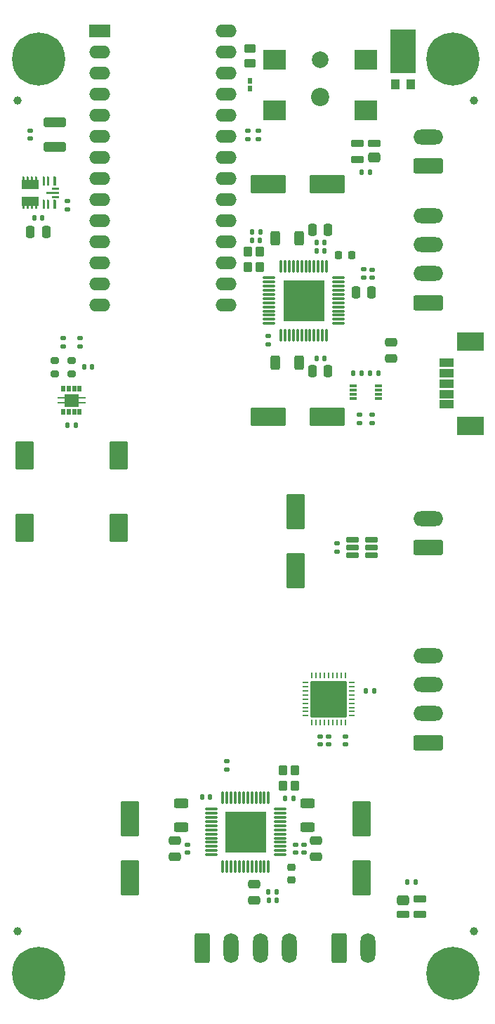
<source format=gts>
G04 #@! TF.GenerationSoftware,KiCad,Pcbnew,7.0.11*
G04 #@! TF.CreationDate,2024-10-24T10:14:13-04:00*
G04 #@! TF.ProjectId,mouse-joystick-pcb,6d6f7573-652d-46a6-9f79-737469636b2d,1.0*
G04 #@! TF.SameCoordinates,Original*
G04 #@! TF.FileFunction,Soldermask,Top*
G04 #@! TF.FilePolarity,Negative*
%FSLAX46Y46*%
G04 Gerber Fmt 4.6, Leading zero omitted, Abs format (unit mm)*
G04 Created by KiCad (PCBNEW 7.0.11) date 2024-10-24 10:14:13*
%MOMM*%
%LPD*%
G01*
G04 APERTURE LIST*
G04 Aperture macros list*
%AMRoundRect*
0 Rectangle with rounded corners*
0 $1 Rounding radius*
0 $2 $3 $4 $5 $6 $7 $8 $9 X,Y pos of 4 corners*
0 Add a 4 corners polygon primitive as box body*
4,1,4,$2,$3,$4,$5,$6,$7,$8,$9,$2,$3,0*
0 Add four circle primitives for the rounded corners*
1,1,$1+$1,$2,$3*
1,1,$1+$1,$4,$5*
1,1,$1+$1,$6,$7*
1,1,$1+$1,$8,$9*
0 Add four rect primitives between the rounded corners*
20,1,$1+$1,$2,$3,$4,$5,0*
20,1,$1+$1,$4,$5,$6,$7,0*
20,1,$1+$1,$6,$7,$8,$9,0*
20,1,$1+$1,$8,$9,$2,$3,0*%
G04 Aperture macros list end*
%ADD10RoundRect,0.250000X1.550000X-0.650000X1.550000X0.650000X-1.550000X0.650000X-1.550000X-0.650000X0*%
%ADD11O,3.600000X1.800000*%
%ADD12RoundRect,0.250000X-0.475000X0.250000X-0.475000X-0.250000X0.475000X-0.250000X0.475000X0.250000X0*%
%ADD13RoundRect,0.250000X-0.450000X0.262500X-0.450000X-0.262500X0.450000X-0.262500X0.450000X0.262500X0*%
%ADD14RoundRect,0.075000X-0.075000X0.662500X-0.075000X-0.662500X0.075000X-0.662500X0.075000X0.662500X0*%
%ADD15RoundRect,0.075000X-0.662500X0.075000X-0.662500X-0.075000X0.662500X-0.075000X0.662500X0.075000X0*%
%ADD16R,5.000000X5.000000*%
%ADD17C,2.000000*%
%ADD18C,2.200000*%
%ADD19R,2.800000X2.400000*%
%ADD20RoundRect,0.140000X-0.170000X0.140000X-0.170000X-0.140000X0.170000X-0.140000X0.170000X0.140000X0*%
%ADD21RoundRect,0.150000X0.650000X0.150000X-0.650000X0.150000X-0.650000X-0.150000X0.650000X-0.150000X0*%
%ADD22O,2.540000X1.524000*%
%ADD23R,2.540000X1.524000*%
%ADD24RoundRect,0.140000X0.140000X0.170000X-0.140000X0.170000X-0.140000X-0.170000X0.140000X-0.170000X0*%
%ADD25RoundRect,0.135000X0.135000X0.185000X-0.135000X0.185000X-0.135000X-0.185000X0.135000X-0.185000X0*%
%ADD26RoundRect,0.225000X0.250000X-0.225000X0.250000X0.225000X-0.250000X0.225000X-0.250000X-0.225000X0*%
%ADD27RoundRect,0.250000X-0.650000X-1.550000X0.650000X-1.550000X0.650000X1.550000X-0.650000X1.550000X0*%
%ADD28O,1.800000X3.600000*%
%ADD29RoundRect,0.140000X-0.140000X-0.170000X0.140000X-0.170000X0.140000X0.170000X-0.140000X0.170000X0*%
%ADD30RoundRect,0.135000X-0.185000X0.135000X-0.185000X-0.135000X0.185000X-0.135000X0.185000X0.135000X0*%
%ADD31RoundRect,0.060000X0.060000X0.315000X-0.060000X0.315000X-0.060000X-0.315000X0.060000X-0.315000X0*%
%ADD32RoundRect,0.060000X0.315000X-0.060000X0.315000X0.060000X-0.315000X0.060000X-0.315000X-0.060000X0*%
%ADD33C,0.700000*%
%ADD34RoundRect,0.220000X1.980000X-1.980000X1.980000X1.980000X-1.980000X1.980000X-1.980000X-1.980000X0*%
%ADD35RoundRect,0.298500X-0.453500X-0.298500X0.453500X-0.298500X0.453500X0.298500X-0.453500X0.298500X0*%
%ADD36RoundRect,0.120600X-0.631400X-0.281400X0.631400X-0.281400X0.631400X0.281400X-0.631400X0.281400X0*%
%ADD37RoundRect,0.250000X-0.250000X-0.475000X0.250000X-0.475000X0.250000X0.475000X-0.250000X0.475000X0*%
%ADD38RoundRect,0.250000X0.625000X-0.312500X0.625000X0.312500X-0.625000X0.312500X-0.625000X-0.312500X0*%
%ADD39RoundRect,0.250000X0.475000X-0.250000X0.475000X0.250000X-0.475000X0.250000X-0.475000X-0.250000X0*%
%ADD40C,1.000000*%
%ADD41RoundRect,0.250000X0.312500X0.625000X-0.312500X0.625000X-0.312500X-0.625000X0.312500X-0.625000X0*%
%ADD42RoundRect,0.225000X0.225000X0.250000X-0.225000X0.250000X-0.225000X-0.250000X0.225000X-0.250000X0*%
%ADD43RoundRect,0.135000X-0.135000X-0.185000X0.135000X-0.185000X0.135000X0.185000X-0.135000X0.185000X0*%
%ADD44R,3.098800X5.207000*%
%ADD45R,0.990600X1.143000*%
%ADD46RoundRect,0.140000X0.170000X-0.140000X0.170000X0.140000X-0.170000X0.140000X-0.170000X-0.140000X0*%
%ADD47RoundRect,0.200000X-0.275000X0.200000X-0.275000X-0.200000X0.275000X-0.200000X0.275000X0.200000X0*%
%ADD48C,6.400000*%
%ADD49RoundRect,0.102000X-1.000000X2.000000X-1.000000X-2.000000X1.000000X-2.000000X1.000000X2.000000X0*%
%ADD50R,0.500000X0.700000*%
%ADD51RoundRect,0.135000X0.185000X-0.135000X0.185000X0.135000X-0.185000X0.135000X-0.185000X-0.135000X0*%
%ADD52RoundRect,0.102000X2.000000X1.000000X-2.000000X1.000000X-2.000000X-1.000000X2.000000X-1.000000X0*%
%ADD53RoundRect,0.037500X-0.387500X-0.112500X0.387500X-0.112500X0.387500X0.112500X-0.387500X0.112500X0*%
%ADD54RoundRect,0.102000X-1.000000X-1.600000X1.000000X-1.600000X1.000000X1.600000X-1.000000X1.600000X0*%
%ADD55RoundRect,0.250000X-1.100000X0.325000X-1.100000X-0.325000X1.100000X-0.325000X1.100000X0.325000X0*%
%ADD56RoundRect,0.102000X-0.400000X0.450000X-0.400000X-0.450000X0.400000X-0.450000X0.400000X0.450000X0*%
%ADD57RoundRect,0.102000X0.400000X-0.450000X0.400000X0.450000X-0.400000X0.450000X-0.400000X-0.450000X0*%
%ADD58RoundRect,0.070000X-0.155000X0.300000X-0.155000X-0.300000X0.155000X-0.300000X0.155000X0.300000X0*%
%ADD59R,0.825000X0.230000*%
%ADD60R,1.750000X1.500000*%
%ADD61RoundRect,0.298500X0.453500X0.298500X-0.453500X0.298500X-0.453500X-0.298500X0.453500X-0.298500X0*%
%ADD62RoundRect,0.120600X0.631400X0.281400X-0.631400X0.281400X-0.631400X-0.281400X0.631400X-0.281400X0*%
%ADD63RoundRect,0.075000X-0.662500X-0.075000X0.662500X-0.075000X0.662500X0.075000X-0.662500X0.075000X0*%
%ADD64RoundRect,0.075000X-0.075000X-0.662500X0.075000X-0.662500X0.075000X0.662500X-0.075000X0.662500X0*%
%ADD65RoundRect,0.076200X1.500000X-1.050000X1.500000X1.050000X-1.500000X1.050000X-1.500000X-1.050000X0*%
%ADD66RoundRect,0.076200X0.800000X-0.400000X0.800000X0.400000X-0.800000X0.400000X-0.800000X-0.400000X0*%
G04 APERTURE END LIST*
G36*
X79549500Y-60700001D02*
G01*
X79549500Y-61699999D01*
X79499500Y-61749999D01*
X79224500Y-61749999D01*
X79174500Y-61699999D01*
X79174500Y-60700001D01*
X79224500Y-60649999D01*
X79499500Y-60649999D01*
X79549500Y-60700001D01*
G37*
G36*
X78675001Y-60700001D02*
G01*
X78675001Y-61699999D01*
X78624999Y-61749999D01*
X78474999Y-61749999D01*
X78424999Y-61699999D01*
X78424999Y-60700001D01*
X78474999Y-60649999D01*
X78624999Y-60649999D01*
X78675001Y-60700001D01*
G37*
G36*
X78175000Y-60700001D02*
G01*
X78175000Y-61699999D01*
X78125000Y-61749999D01*
X77975000Y-61749999D01*
X77925000Y-61699999D01*
X77925000Y-60700001D01*
X77975000Y-60650001D01*
X78125000Y-60650001D01*
X78175000Y-60700001D01*
G37*
G36*
X79850000Y-62025000D02*
G01*
X79850000Y-62175000D01*
X79799998Y-62224999D01*
X79099999Y-62224999D01*
X79049999Y-62175000D01*
X79049999Y-62025000D01*
X79099999Y-61975000D01*
X79799998Y-61975000D01*
X79850000Y-62025000D01*
G37*
G36*
X79849500Y-62500000D02*
G01*
X79849500Y-62700000D01*
X79799500Y-62750000D01*
X78374499Y-62750000D01*
X78324499Y-62700000D01*
X78324499Y-62500000D01*
X78374499Y-62450000D01*
X79799500Y-62450000D01*
X79849500Y-62500000D01*
G37*
G36*
X79849998Y-63025000D02*
G01*
X79849998Y-63175000D01*
X79799998Y-63225000D01*
X79099999Y-63225000D01*
X79049999Y-63175000D01*
X79049999Y-63025000D01*
X79099999Y-62975001D01*
X79799998Y-62975001D01*
X79849998Y-63025000D01*
G37*
G36*
X78675001Y-63500001D02*
G01*
X78675001Y-64499999D01*
X78624999Y-64550001D01*
X78474999Y-64550001D01*
X78424999Y-64499999D01*
X78424999Y-63500001D01*
X78474999Y-63450001D01*
X78624999Y-63450001D01*
X78675001Y-63500001D01*
G37*
G36*
X78175000Y-63500001D02*
G01*
X78175000Y-64499999D01*
X78125000Y-64549999D01*
X77975000Y-64549999D01*
X77925000Y-64499999D01*
X77925000Y-63500001D01*
X77975000Y-63450001D01*
X78125000Y-63450001D01*
X78175000Y-63500001D01*
G37*
G36*
X79549500Y-63500001D02*
G01*
X79549500Y-64499999D01*
X79499500Y-64550001D01*
X79224500Y-64550001D01*
X79174500Y-64499999D01*
X79174500Y-63500001D01*
X79224500Y-63450001D01*
X79499500Y-63450001D01*
X79549500Y-63500001D01*
G37*
G36*
X75725000Y-60700001D02*
G01*
X75725000Y-60974999D01*
X75774999Y-61024999D01*
X75924999Y-61024999D01*
X75975002Y-60974999D01*
X75974999Y-60700001D01*
X76024999Y-60649999D01*
X76175001Y-60649999D01*
X76224999Y-60700001D01*
X76225001Y-60974999D01*
X76275001Y-61024999D01*
X76425001Y-61024999D01*
X76475001Y-60974999D01*
X76475001Y-60700001D01*
X76525000Y-60649999D01*
X76675000Y-60649999D01*
X76725000Y-60700001D01*
X76725000Y-60974999D01*
X76775000Y-61024999D01*
X76925002Y-61025002D01*
X76975000Y-60974999D01*
X76975002Y-60700001D01*
X77024999Y-60649999D01*
X77175002Y-60649999D01*
X77224999Y-60700001D01*
X77225002Y-60975002D01*
X77275002Y-61024999D01*
X77375027Y-61025004D01*
X77424999Y-61074999D01*
X77424989Y-62100001D01*
X77374999Y-62150001D01*
X75425003Y-62150003D01*
X75375000Y-62100004D01*
X75375000Y-61075002D01*
X75425003Y-61024999D01*
X75425000Y-61024999D01*
X75475000Y-60974999D01*
X75475000Y-60700001D01*
X75525000Y-60649999D01*
X75675000Y-60649999D01*
X75725000Y-60700001D01*
G37*
G36*
X77374999Y-63049999D02*
G01*
X77424994Y-63099999D01*
X77424999Y-64125001D01*
X77375022Y-64174996D01*
X77275002Y-64175001D01*
X77224999Y-64224998D01*
X77224999Y-64499999D01*
X77174999Y-64550001D01*
X77024999Y-64550001D01*
X76975002Y-64499999D01*
X76975000Y-64225001D01*
X76925002Y-64175001D01*
X76775000Y-64175001D01*
X76725000Y-64225001D01*
X76725000Y-64499999D01*
X76675000Y-64550001D01*
X76525000Y-64549999D01*
X76475001Y-64499999D01*
X76475001Y-64225001D01*
X76425001Y-64175001D01*
X76275001Y-64175001D01*
X76225001Y-64225001D01*
X76224999Y-64499999D01*
X76175001Y-64550001D01*
X76024999Y-64550001D01*
X75974999Y-64499999D01*
X75974999Y-64225001D01*
X75924999Y-64175001D01*
X75774999Y-64175001D01*
X75725000Y-64225001D01*
X75725000Y-64499999D01*
X75675000Y-64550001D01*
X75525000Y-64549999D01*
X75475000Y-64499999D01*
X75475000Y-64225001D01*
X75425000Y-64175001D01*
X75425003Y-64175001D01*
X75375000Y-64125001D01*
X75375000Y-63099999D01*
X75425003Y-63049997D01*
X77374999Y-63049999D01*
G37*
D10*
X124400000Y-75850000D03*
D11*
X124400000Y-72350000D03*
X124400000Y-68850000D03*
X124400000Y-65350000D03*
D12*
X103400000Y-145900000D03*
X103400000Y-147800000D03*
D13*
X102900000Y-45187500D03*
X102900000Y-47012500D03*
D14*
X105150000Y-135437500D03*
X104650000Y-135437500D03*
X104150000Y-135437500D03*
X103650000Y-135437500D03*
X103150000Y-135437500D03*
X102650000Y-135437500D03*
X102150000Y-135437500D03*
X101650000Y-135437500D03*
X101150000Y-135437500D03*
X100650000Y-135437500D03*
X100150000Y-135437500D03*
X99650000Y-135437500D03*
D15*
X98237500Y-136850000D03*
X98237500Y-137350000D03*
X98237500Y-137850000D03*
X98237500Y-138350000D03*
X98237500Y-138850000D03*
X98237500Y-139350000D03*
X98237500Y-139850000D03*
X98237500Y-140350000D03*
X98237500Y-140850000D03*
X98237500Y-141350000D03*
X98237500Y-141850000D03*
X98237500Y-142350000D03*
D14*
X99650000Y-143762500D03*
X100150000Y-143762500D03*
X100650000Y-143762500D03*
X101150000Y-143762500D03*
X101650000Y-143762500D03*
X102150000Y-143762500D03*
X102650000Y-143762500D03*
X103150000Y-143762500D03*
X103650000Y-143762500D03*
X104150000Y-143762500D03*
X104650000Y-143762500D03*
X105150000Y-143762500D03*
D15*
X106562500Y-142350000D03*
X106562500Y-141850000D03*
X106562500Y-141350000D03*
X106562500Y-140850000D03*
X106562500Y-140350000D03*
X106562500Y-139850000D03*
X106562500Y-139350000D03*
X106562500Y-138850000D03*
X106562500Y-138350000D03*
X106562500Y-137850000D03*
X106562500Y-137350000D03*
X106562500Y-136850000D03*
D16*
X102400000Y-139600000D03*
D17*
X111400000Y-46550000D03*
D18*
X111400000Y-51050000D03*
D19*
X116900000Y-46550000D03*
X116900000Y-52650000D03*
X105900000Y-46550000D03*
X105900000Y-52650000D03*
D10*
X124400000Y-105350000D03*
D11*
X124400000Y-101850000D03*
D20*
X112400000Y-128120000D03*
X112400000Y-129080000D03*
D21*
X117550000Y-106300000D03*
X117550000Y-105350000D03*
X117550000Y-104400000D03*
X115250000Y-104400000D03*
X115250000Y-105350000D03*
X115250000Y-106300000D03*
D22*
X100020000Y-45630000D03*
X84780000Y-45630000D03*
X84780000Y-48170000D03*
X84780000Y-50710000D03*
X84780000Y-53250000D03*
X100020000Y-48170000D03*
X84780000Y-55790000D03*
X84780000Y-58330000D03*
X84780000Y-60870000D03*
X84780000Y-63410000D03*
X84780000Y-65950000D03*
X84780000Y-68490000D03*
X84780000Y-71030000D03*
X84780000Y-73570000D03*
X84780000Y-76110000D03*
X100020000Y-76110000D03*
X100020000Y-73570000D03*
X100020000Y-71030000D03*
X100020000Y-68490000D03*
X100020000Y-65950000D03*
X100020000Y-63410000D03*
X100020000Y-60870000D03*
X100020000Y-58330000D03*
X100020000Y-55790000D03*
X100020000Y-53250000D03*
X100020000Y-50710000D03*
D23*
X84780000Y-43090000D03*
D22*
X100020000Y-43090000D03*
D20*
X109400000Y-141120000D03*
X109400000Y-142080000D03*
D24*
X104130000Y-68350000D03*
X103170000Y-68350000D03*
D25*
X106160000Y-146850000D03*
X105140000Y-146850000D03*
D20*
X108400000Y-141120000D03*
X108400000Y-142080000D03*
X117650000Y-71870000D03*
X117650000Y-72830000D03*
D26*
X107900000Y-145375000D03*
X107900000Y-143825000D03*
D27*
X97150000Y-153600000D03*
D28*
X100650000Y-153600000D03*
X104150000Y-153600000D03*
X107650000Y-153600000D03*
D29*
X116420000Y-60100000D03*
X117380000Y-60100000D03*
D30*
X103900000Y-55090000D03*
X103900000Y-56110000D03*
D31*
X110400000Y-126425000D03*
X110900000Y-126425000D03*
X111400000Y-126425000D03*
X111900000Y-126425000D03*
X112400000Y-126425000D03*
X112900000Y-126425000D03*
X113400000Y-126425000D03*
X113900000Y-126425000D03*
X114400000Y-126425000D03*
D32*
X115225000Y-125600000D03*
X115225000Y-125100000D03*
X115225000Y-124600000D03*
X115225000Y-124100000D03*
X115225000Y-123600000D03*
X115225000Y-123100000D03*
X115225000Y-122600000D03*
X115225000Y-122100000D03*
X115225000Y-121600000D03*
D31*
X114400000Y-120775000D03*
X113900000Y-120775000D03*
X113400000Y-120775000D03*
X112900000Y-120775000D03*
X112400000Y-120775000D03*
X111900000Y-120775000D03*
X111400000Y-120775000D03*
X110900000Y-120775000D03*
X110400000Y-120775000D03*
D32*
X109575000Y-121600000D03*
X109575000Y-122100000D03*
X109575000Y-122600000D03*
X109575000Y-123100000D03*
X109575000Y-123600000D03*
X109575000Y-124100000D03*
X109575000Y-124600000D03*
X109575000Y-125100000D03*
X109575000Y-125600000D03*
D33*
X111900000Y-125100000D03*
X112900000Y-125100000D03*
X110900000Y-124100000D03*
X111900000Y-124100000D03*
X112900000Y-124100000D03*
X113900000Y-124100000D03*
D34*
X112400000Y-123600000D03*
D33*
X110900000Y-123100000D03*
X111900000Y-123100000D03*
X112900000Y-123100000D03*
X113900000Y-123100000D03*
X111900000Y-121850000D03*
X112900000Y-121850000D03*
D35*
X121375000Y-147835000D03*
D36*
X121375000Y-149560000D03*
X123425000Y-149560000D03*
X123425000Y-147640000D03*
D37*
X115700000Y-74600000D03*
X117600000Y-74600000D03*
X110450000Y-67100000D03*
X112350000Y-67100000D03*
D38*
X94650000Y-139062500D03*
X94650000Y-136137500D03*
D39*
X119900000Y-82550000D03*
X119900000Y-80650000D03*
D40*
X129900000Y-51465000D03*
D24*
X83880000Y-83600000D03*
X82920000Y-83600000D03*
D20*
X95400000Y-141120000D03*
X95400000Y-142080000D03*
D41*
X108862500Y-83100000D03*
X105937500Y-83100000D03*
D42*
X115175000Y-70100000D03*
X113625000Y-70100000D03*
D10*
X124400000Y-128850000D03*
D11*
X124400000Y-125350000D03*
X124400000Y-121850000D03*
X124400000Y-118350000D03*
D24*
X106130000Y-147850000D03*
X105170000Y-147850000D03*
D43*
X115390000Y-84350000D03*
X116410000Y-84350000D03*
D44*
X121400000Y-45545900D03*
D45*
X120479999Y-49533700D03*
X122320001Y-49533700D03*
D46*
X80900000Y-64580000D03*
X80900000Y-63620000D03*
D37*
X110450000Y-84100000D03*
X112350000Y-84100000D03*
D47*
X79400000Y-82775000D03*
X79400000Y-84425000D03*
D48*
X77400000Y-46465000D03*
D20*
X82400000Y-80120000D03*
X82400000Y-81080000D03*
D49*
X108400000Y-101050000D03*
X108400000Y-108150000D03*
D50*
X102900000Y-50050000D03*
X102900000Y-49150000D03*
D49*
X116400000Y-138050000D03*
X116400000Y-145150000D03*
D29*
X110920000Y-69600000D03*
X111880000Y-69600000D03*
D20*
X105150000Y-79870000D03*
X105150000Y-80830000D03*
X116150000Y-89370000D03*
X116150000Y-90330000D03*
D51*
X113400000Y-105860000D03*
X113400000Y-104840000D03*
D27*
X113650000Y-153600000D03*
D28*
X117150000Y-153600000D03*
D49*
X88400000Y-138050000D03*
X88400000Y-145150000D03*
D10*
X124400000Y-59350000D03*
D11*
X124400000Y-55850000D03*
D30*
X102650000Y-55090000D03*
X102650000Y-56110000D03*
D52*
X112200000Y-61600000D03*
X105100000Y-61600000D03*
D53*
X115350000Y-85850000D03*
X115350000Y-86350000D03*
X115350000Y-86850000D03*
X115350000Y-87350000D03*
X118450000Y-87350000D03*
X118450000Y-86850000D03*
X118450000Y-86350000D03*
X118450000Y-85850000D03*
D30*
X116650000Y-71840000D03*
X116650000Y-72860000D03*
D24*
X122880000Y-145600000D03*
X121920000Y-145600000D03*
D40*
X129900000Y-151600000D03*
D54*
X75700000Y-102950000D03*
X87100000Y-102950000D03*
X87100000Y-94250000D03*
X75700000Y-94250000D03*
D55*
X79400000Y-54125000D03*
X79400000Y-57075000D03*
D12*
X110900000Y-140650000D03*
X110900000Y-142550000D03*
D52*
X112200000Y-89600000D03*
X105100000Y-89600000D03*
D20*
X80400000Y-80120000D03*
X80400000Y-81080000D03*
D56*
X108375000Y-134025000D03*
X108375000Y-132175000D03*
X106925000Y-132175000D03*
X106925000Y-134025000D03*
D48*
X77400000Y-156600000D03*
D29*
X76920000Y-65600000D03*
X77880000Y-65600000D03*
D38*
X109900000Y-139062500D03*
X109900000Y-136137500D03*
D20*
X76400000Y-55120000D03*
X76400000Y-56080000D03*
D40*
X74900000Y-151600000D03*
D20*
X111400000Y-128120000D03*
X111400000Y-129080000D03*
D29*
X117420000Y-84350000D03*
X118380000Y-84350000D03*
D57*
X102675000Y-69675000D03*
X102675000Y-71525000D03*
X104125000Y-71525000D03*
X104125000Y-69675000D03*
D41*
X108862500Y-68100000D03*
X105937500Y-68100000D03*
D48*
X127400000Y-46465000D03*
D51*
X100150000Y-132110000D03*
X100150000Y-131090000D03*
D20*
X117650000Y-89370000D03*
X117650000Y-90330000D03*
D12*
X93900000Y-140650000D03*
X93900000Y-142550000D03*
D29*
X80920000Y-90600000D03*
X81880000Y-90600000D03*
X110920000Y-82600000D03*
X111880000Y-82600000D03*
X107170000Y-135600000D03*
X108130000Y-135600000D03*
D58*
X82375000Y-86200000D03*
X81725000Y-86200000D03*
X81075000Y-86200000D03*
X80425000Y-86200000D03*
X80425000Y-89000000D03*
X81075000Y-89000000D03*
X81725000Y-89000000D03*
X82375000Y-89000000D03*
D59*
X82687500Y-87275000D03*
X80112500Y-87275000D03*
D33*
X81793700Y-87600000D03*
D60*
X81400000Y-87600000D03*
D33*
X81006300Y-87600000D03*
D59*
X82687500Y-87925000D03*
X80112500Y-87925000D03*
D37*
X76450000Y-67350000D03*
X78350000Y-67350000D03*
D61*
X117925000Y-58365000D03*
D62*
X117925000Y-56640000D03*
X115875000Y-56640000D03*
X115875000Y-58560000D03*
D24*
X98130000Y-135350000D03*
X97170000Y-135350000D03*
D47*
X81400000Y-82775000D03*
X81400000Y-84425000D03*
D20*
X114400000Y-128120000D03*
X114400000Y-129080000D03*
D48*
X127400000Y-156600000D03*
D29*
X110920000Y-68600000D03*
X111880000Y-68600000D03*
D25*
X104160000Y-67350000D03*
X103140000Y-67350000D03*
D29*
X116920000Y-122600000D03*
X117880000Y-122600000D03*
D63*
X105237500Y-72850000D03*
X105237500Y-73350000D03*
X105237500Y-73850000D03*
X105237500Y-74350000D03*
X105237500Y-74850000D03*
X105237500Y-75350000D03*
X105237500Y-75850000D03*
X105237500Y-76350000D03*
X105237500Y-76850000D03*
X105237500Y-77350000D03*
X105237500Y-77850000D03*
X105237500Y-78350000D03*
D64*
X106650000Y-79762500D03*
X107150000Y-79762500D03*
X107650000Y-79762500D03*
X108150000Y-79762500D03*
X108650000Y-79762500D03*
X109150000Y-79762500D03*
X109650000Y-79762500D03*
X110150000Y-79762500D03*
X110650000Y-79762500D03*
X111150000Y-79762500D03*
X111650000Y-79762500D03*
X112150000Y-79762500D03*
D63*
X113562500Y-78350000D03*
X113562500Y-77850000D03*
X113562500Y-77350000D03*
X113562500Y-76850000D03*
X113562500Y-76350000D03*
X113562500Y-75850000D03*
X113562500Y-75350000D03*
X113562500Y-74850000D03*
X113562500Y-74350000D03*
X113562500Y-73850000D03*
X113562500Y-73350000D03*
X113562500Y-72850000D03*
D64*
X112150000Y-71437500D03*
X111650000Y-71437500D03*
X111150000Y-71437500D03*
X110650000Y-71437500D03*
X110150000Y-71437500D03*
X109650000Y-71437500D03*
X109150000Y-71437500D03*
X108650000Y-71437500D03*
X108150000Y-71437500D03*
X107650000Y-71437500D03*
X107150000Y-71437500D03*
X106650000Y-71437500D03*
D16*
X109400000Y-75600000D03*
D40*
X74900000Y-51465000D03*
D65*
X129500000Y-90650000D03*
X129500000Y-80550000D03*
D66*
X126600000Y-88100000D03*
X126600000Y-86850000D03*
X126600000Y-85600000D03*
X126600000Y-84350000D03*
X126600000Y-83100000D03*
M02*

</source>
